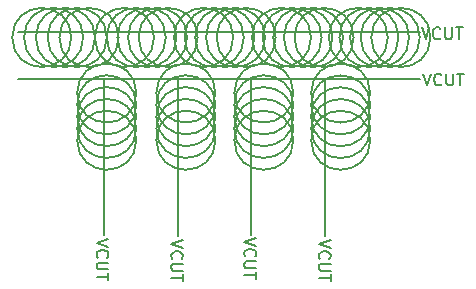
<source format=gbr>
G04 #@! TF.GenerationSoftware,KiCad,Pcbnew,(5.1.2)-1*
G04 #@! TF.CreationDate,2024-04-02T23:01:08+09:00*
G04 #@! TF.ProjectId,uf,75662e6b-6963-4616-945f-706362585858,v1.0*
G04 #@! TF.SameCoordinates,Original*
G04 #@! TF.FileFunction,Other,Comment*
%FSLAX46Y46*%
G04 Gerber Fmt 4.6, Leading zero omitted, Abs format (unit mm)*
G04 Created by KiCad (PCBNEW (5.1.2)-1) date 2024-04-02 23:01:08*
%MOMM*%
%LPD*%
G04 APERTURE LIST*
%ADD10C,0.150000*%
G04 APERTURE END LIST*
D10*
X161161904Y-127452380D02*
X161495238Y-128452380D01*
X161828571Y-127452380D01*
X162733333Y-128357142D02*
X162685714Y-128404761D01*
X162542857Y-128452380D01*
X162447619Y-128452380D01*
X162304761Y-128404761D01*
X162209523Y-128309523D01*
X162161904Y-128214285D01*
X162114285Y-128023809D01*
X162114285Y-127880952D01*
X162161904Y-127690476D01*
X162209523Y-127595238D01*
X162304761Y-127500000D01*
X162447619Y-127452380D01*
X162542857Y-127452380D01*
X162685714Y-127500000D01*
X162733333Y-127547619D01*
X163161904Y-127452380D02*
X163161904Y-128261904D01*
X163209523Y-128357142D01*
X163257142Y-128404761D01*
X163352380Y-128452380D01*
X163542857Y-128452380D01*
X163638095Y-128404761D01*
X163685714Y-128357142D01*
X163733333Y-128261904D01*
X163733333Y-127452380D01*
X164066666Y-127452380D02*
X164638095Y-127452380D01*
X164352380Y-128452380D02*
X164352380Y-127452380D01*
X161261904Y-131352380D02*
X161595238Y-132352380D01*
X161928571Y-131352380D01*
X162833333Y-132257142D02*
X162785714Y-132304761D01*
X162642857Y-132352380D01*
X162547619Y-132352380D01*
X162404761Y-132304761D01*
X162309523Y-132209523D01*
X162261904Y-132114285D01*
X162214285Y-131923809D01*
X162214285Y-131780952D01*
X162261904Y-131590476D01*
X162309523Y-131495238D01*
X162404761Y-131400000D01*
X162547619Y-131352380D01*
X162642857Y-131352380D01*
X162785714Y-131400000D01*
X162833333Y-131447619D01*
X163261904Y-131352380D02*
X163261904Y-132161904D01*
X163309523Y-132257142D01*
X163357142Y-132304761D01*
X163452380Y-132352380D01*
X163642857Y-132352380D01*
X163738095Y-132304761D01*
X163785714Y-132257142D01*
X163833333Y-132161904D01*
X163833333Y-131352380D01*
X164166666Y-131352380D02*
X164738095Y-131352380D01*
X164452380Y-132352380D02*
X164452380Y-131352380D01*
X134647619Y-145361904D02*
X133647619Y-145695238D01*
X134647619Y-146028571D01*
X133742857Y-146933333D02*
X133695238Y-146885714D01*
X133647619Y-146742857D01*
X133647619Y-146647619D01*
X133695238Y-146504761D01*
X133790476Y-146409523D01*
X133885714Y-146361904D01*
X134076190Y-146314285D01*
X134219047Y-146314285D01*
X134409523Y-146361904D01*
X134504761Y-146409523D01*
X134600000Y-146504761D01*
X134647619Y-146647619D01*
X134647619Y-146742857D01*
X134600000Y-146885714D01*
X134552380Y-146933333D01*
X134647619Y-147361904D02*
X133838095Y-147361904D01*
X133742857Y-147409523D01*
X133695238Y-147457142D01*
X133647619Y-147552380D01*
X133647619Y-147742857D01*
X133695238Y-147838095D01*
X133742857Y-147885714D01*
X133838095Y-147933333D01*
X134647619Y-147933333D01*
X134647619Y-148266666D02*
X134647619Y-148838095D01*
X133647619Y-148552380D02*
X134647619Y-148552380D01*
X140947619Y-145461904D02*
X139947619Y-145795238D01*
X140947619Y-146128571D01*
X140042857Y-147033333D02*
X139995238Y-146985714D01*
X139947619Y-146842857D01*
X139947619Y-146747619D01*
X139995238Y-146604761D01*
X140090476Y-146509523D01*
X140185714Y-146461904D01*
X140376190Y-146414285D01*
X140519047Y-146414285D01*
X140709523Y-146461904D01*
X140804761Y-146509523D01*
X140900000Y-146604761D01*
X140947619Y-146747619D01*
X140947619Y-146842857D01*
X140900000Y-146985714D01*
X140852380Y-147033333D01*
X140947619Y-147461904D02*
X140138095Y-147461904D01*
X140042857Y-147509523D01*
X139995238Y-147557142D01*
X139947619Y-147652380D01*
X139947619Y-147842857D01*
X139995238Y-147938095D01*
X140042857Y-147985714D01*
X140138095Y-148033333D01*
X140947619Y-148033333D01*
X140947619Y-148366666D02*
X140947619Y-148938095D01*
X139947619Y-148652380D02*
X140947619Y-148652380D01*
X147147619Y-145261904D02*
X146147619Y-145595238D01*
X147147619Y-145928571D01*
X146242857Y-146833333D02*
X146195238Y-146785714D01*
X146147619Y-146642857D01*
X146147619Y-146547619D01*
X146195238Y-146404761D01*
X146290476Y-146309523D01*
X146385714Y-146261904D01*
X146576190Y-146214285D01*
X146719047Y-146214285D01*
X146909523Y-146261904D01*
X147004761Y-146309523D01*
X147100000Y-146404761D01*
X147147619Y-146547619D01*
X147147619Y-146642857D01*
X147100000Y-146785714D01*
X147052380Y-146833333D01*
X147147619Y-147261904D02*
X146338095Y-147261904D01*
X146242857Y-147309523D01*
X146195238Y-147357142D01*
X146147619Y-147452380D01*
X146147619Y-147642857D01*
X146195238Y-147738095D01*
X146242857Y-147785714D01*
X146338095Y-147833333D01*
X147147619Y-147833333D01*
X147147619Y-148166666D02*
X147147619Y-148738095D01*
X146147619Y-148452380D02*
X147147619Y-148452380D01*
X153447619Y-145461904D02*
X152447619Y-145795238D01*
X153447619Y-146128571D01*
X152542857Y-147033333D02*
X152495238Y-146985714D01*
X152447619Y-146842857D01*
X152447619Y-146747619D01*
X152495238Y-146604761D01*
X152590476Y-146509523D01*
X152685714Y-146461904D01*
X152876190Y-146414285D01*
X153019047Y-146414285D01*
X153209523Y-146461904D01*
X153304761Y-146509523D01*
X153400000Y-146604761D01*
X153447619Y-146747619D01*
X153447619Y-146842857D01*
X153400000Y-146985714D01*
X153352380Y-147033333D01*
X153447619Y-147461904D02*
X152638095Y-147461904D01*
X152542857Y-147509523D01*
X152495238Y-147557142D01*
X152447619Y-147652380D01*
X152447619Y-147842857D01*
X152495238Y-147938095D01*
X152542857Y-147985714D01*
X152638095Y-148033333D01*
X153447619Y-148033333D01*
X153447619Y-148366666D02*
X153447619Y-148938095D01*
X152447619Y-148652380D02*
X153447619Y-148652380D01*
X153000000Y-131800000D02*
X153000000Y-145100000D01*
X146700000Y-131800000D02*
X146700000Y-145000000D01*
X140500000Y-131800000D02*
X140500000Y-145100000D01*
X134300000Y-131800000D02*
X134300000Y-145000000D01*
X127000000Y-131800000D02*
X161000000Y-131800000D01*
X127000000Y-127800000D02*
X161000000Y-127800000D01*
X161900000Y-128300000D02*
G75*
G03X161900000Y-128300000I-2500000J0D01*
G01*
X161000000Y-128300000D02*
G75*
G03X161000000Y-128300000I-2500000J0D01*
G01*
X160100000Y-128300000D02*
G75*
G03X160100000Y-128300000I-2500000J0D01*
G01*
X159200000Y-128300000D02*
G75*
G03X159200000Y-128300000I-2500000J0D01*
G01*
X158300000Y-128300000D02*
G75*
G03X158300000Y-128300000I-2500000J0D01*
G01*
X155400000Y-128300000D02*
G75*
G03X155400000Y-128300000I-2500000J0D01*
G01*
X154500000Y-128300000D02*
G75*
G03X154500000Y-128300000I-2500000J0D01*
G01*
X153600000Y-128300000D02*
G75*
G03X153600000Y-128300000I-2500000J0D01*
G01*
X152700000Y-128300000D02*
G75*
G03X152700000Y-128300000I-2500000J0D01*
G01*
X151800000Y-128300000D02*
G75*
G03X151800000Y-128300000I-2500000J0D01*
G01*
X148800000Y-128300000D02*
G75*
G03X148800000Y-128300000I-2500000J0D01*
G01*
X147900000Y-128300000D02*
G75*
G03X147900000Y-128300000I-2500000J0D01*
G01*
X147000000Y-128300000D02*
G75*
G03X147000000Y-128300000I-2500000J0D01*
G01*
X146100000Y-128300000D02*
G75*
G03X146100000Y-128300000I-2500000J0D01*
G01*
X145200000Y-128300000D02*
G75*
G03X145200000Y-128300000I-2500000J0D01*
G01*
X142200000Y-128300000D02*
G75*
G03X142200000Y-128300000I-2500000J0D01*
G01*
X141300000Y-128300000D02*
G75*
G03X141300000Y-128300000I-2500000J0D01*
G01*
X140400000Y-128300000D02*
G75*
G03X140400000Y-128300000I-2500000J0D01*
G01*
X139500000Y-128300000D02*
G75*
G03X139500000Y-128300000I-2500000J0D01*
G01*
X138500000Y-128300000D02*
G75*
G03X138500000Y-128300000I-2500000J0D01*
G01*
X131500000Y-128300000D02*
G75*
G03X131500000Y-128300000I-2500000J0D01*
G01*
X132500000Y-128300000D02*
G75*
G03X132500000Y-128300000I-2500000J0D01*
G01*
X133500000Y-128300000D02*
G75*
G03X133500000Y-128300000I-2500000J0D01*
G01*
X134500000Y-128300000D02*
G75*
G03X134500000Y-128300000I-2500000J0D01*
G01*
X135500000Y-128300000D02*
G75*
G03X135500000Y-128300000I-2500000J0D01*
G01*
X137000000Y-137000000D02*
G75*
G03X137000000Y-137000000I-2500000J0D01*
G01*
X137000000Y-136000000D02*
G75*
G03X137000000Y-136000000I-2500000J0D01*
G01*
X137000000Y-135000000D02*
G75*
G03X137000000Y-135000000I-2500000J0D01*
G01*
X137000000Y-134000000D02*
G75*
G03X137000000Y-134000000I-2500000J0D01*
G01*
X137000000Y-133000000D02*
G75*
G03X137000000Y-133000000I-2500000J0D01*
G01*
X143700000Y-137000000D02*
G75*
G03X143700000Y-137000000I-2500000J0D01*
G01*
X143700000Y-136000000D02*
G75*
G03X143700000Y-136000000I-2500000J0D01*
G01*
X143700000Y-135000000D02*
G75*
G03X143700000Y-135000000I-2500000J0D01*
G01*
X143700000Y-134000000D02*
G75*
G03X143700000Y-134000000I-2500000J0D01*
G01*
X143700000Y-133000000D02*
G75*
G03X143700000Y-133000000I-2500000J0D01*
G01*
X150300000Y-137000000D02*
G75*
G03X150300000Y-137000000I-2500000J0D01*
G01*
X150300000Y-136000000D02*
G75*
G03X150300000Y-136000000I-2500000J0D01*
G01*
X150300000Y-135000000D02*
G75*
G03X150300000Y-135000000I-2500000J0D01*
G01*
X150300000Y-134000000D02*
G75*
G03X150300000Y-134000000I-2500000J0D01*
G01*
X150300000Y-133000000D02*
G75*
G03X150300000Y-133000000I-2500000J0D01*
G01*
X156810000Y-137000000D02*
G75*
G03X156810000Y-137000000I-2500000J0D01*
G01*
X156810000Y-136010000D02*
G75*
G03X156810000Y-136010000I-2500000J0D01*
G01*
X156800000Y-135010000D02*
G75*
G03X156800000Y-135010000I-2500000J0D01*
G01*
X156810000Y-134010000D02*
G75*
G03X156810000Y-134010000I-2500000J0D01*
G01*
X156800000Y-133010000D02*
G75*
G03X156800000Y-133010000I-2500000J0D01*
G01*
M02*

</source>
